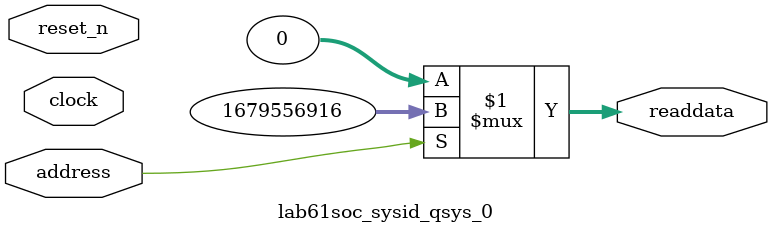
<source format=v>



// synthesis translate_off
`timescale 1ns / 1ps
// synthesis translate_on

// turn off superfluous verilog processor warnings 
// altera message_level Level1 
// altera message_off 10034 10035 10036 10037 10230 10240 10030 

module lab61soc_sysid_qsys_0 (
               // inputs:
                address,
                clock,
                reset_n,

               // outputs:
                readdata
             )
;

  output  [ 31: 0] readdata;
  input            address;
  input            clock;
  input            reset_n;

  wire    [ 31: 0] readdata;
  //control_slave, which is an e_avalon_slave
  assign readdata = address ? 1679556916 : 0;

endmodule



</source>
